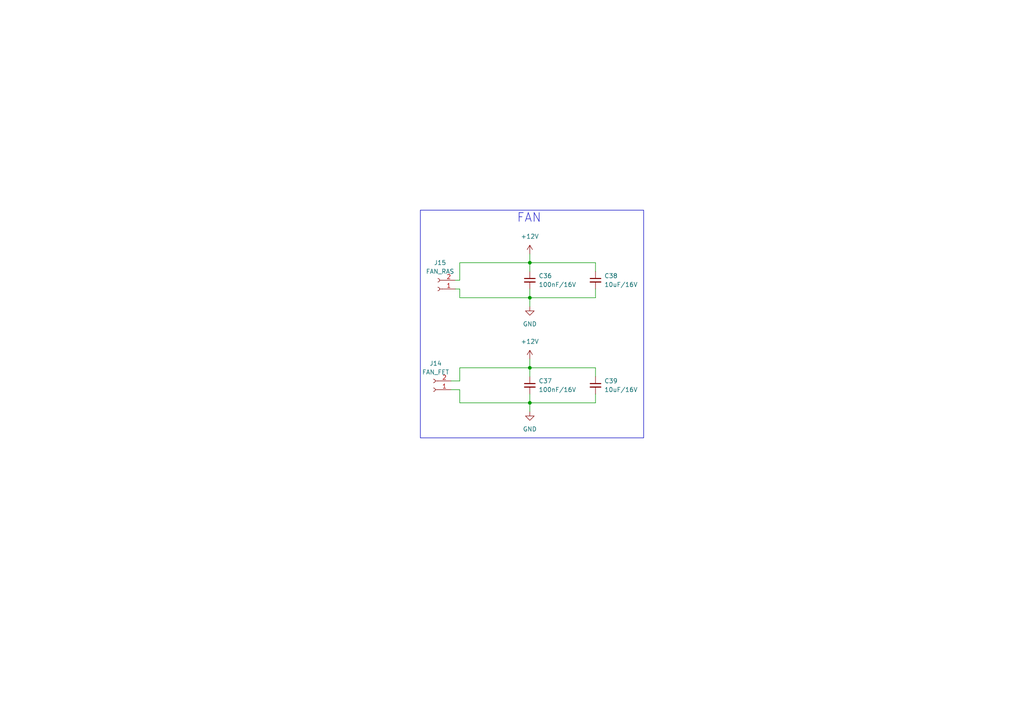
<source format=kicad_sch>
(kicad_sch (version 20230121) (generator eeschema)
  (paper "A4")
  (title_block (title "FAN") (date "2024-01-30"))
  (lib_symbols
    (symbol "Connector:Conn_01x02_Socket" (pin_names (offset 1.016) hide)
      (property "Reference" "J" (at 0 2.54 0))
      (property "Value" "Conn_01x02_Socket" (at 0 -5.08 0))
      (symbol "Conn_01x02_Socket_1_1"
        (arc (start 0 -2.032) (mid -0.5058 -2.54) (end 0 -3.048) (stroke (width 0.1524)))
        (polyline (pts (xy -1.27 -2.54) (xy -0.508 -2.54)) (stroke (width 0.1524)))
        (polyline (pts (xy -1.27 0) (xy -0.508 0)) (stroke (width 0.1524)))
        (arc (start 0 0.508) (mid -0.5058 0) (end 0 -0.508) (stroke (width 0.1524)))
        (pin passive line (at -5.08 0 0) (length 3.81) (name "Pin_1") (number "1"))
        (pin passive line (at -5.08 -2.54 0) (length 3.81) (name "Pin_2") (number "2"))
      )
    )
    (symbol "Device:C_Small" (pin_numbers hide) (pin_names (offset 0.254) hide)
      (property "Reference" "C" (at 0.254 1.778 0))
      (property "Value" "C_Small" (at 0.254 -2.032 0))
      (symbol "C_Small_0_1"
        (polyline (pts (xy -1.524 -0.508) (xy 1.524 -0.508)) (stroke (width 0.3302)))
        (polyline (pts (xy -1.524 0.508) (xy 1.524 0.508)) (stroke (width 0.3048)))
      )
      (symbol "C_Small_1_1"
        (pin passive line (at 0 2.54 270) (length 2.032) (name "~") (number "1"))
        (pin passive line (at 0 -2.54 90) (length 2.032) (name "~") (number "2"))
      )
    )
    (symbol "power:+12V" (power) (pin_names (offset 0))
      (property "Value" "+12V" (at 0 3.556 0))
      (symbol "+12V_0_1"
        (polyline (pts (xy -0.762 1.27) (xy 0 2.54)))
        (polyline (pts (xy 0 0) (xy 0 2.54)))
        (polyline (pts (xy 0 2.54) (xy 0.762 1.27)))
      )
      (symbol "+12V_1_1"
        (pin power_in line (at 0 0 90) (length 0) hide (name "+12V") (number "1"))
      )
    )
    (symbol "power:GND" (power) (pin_names (offset 0))
      (property "Value" "GND" (at 0 -3.81 0))
      (symbol "GND_0_1"
        (polyline (pts (xy 0 0) (xy 0 -1.27) (xy 1.27 -1.27) (xy 0 -2.54) (xy -1.27 -1.27) (xy 0 -1.27)))
      )
      (symbol "GND_1_1"
        (pin power_in line (at 0 0 270) (length 0) hide (name "GND") (number "1"))
      )
    )
  )
  (junction (at 153.67 116.84))
  (junction (at 153.67 106.68))
  (junction (at 153.67 86.36))
  (junction (at 153.67 76.2))
  (wire (pts (xy 133.35 81.28) (xy 132.08 81.28)))
  (wire (pts (xy 153.67 106.68) (xy 153.67 109.22)))
  (wire (pts (xy 133.35 113.03) (xy 133.35 116.84)))
  (wire (pts (xy 133.35 106.68) (xy 133.35 110.49)))
  (wire (pts (xy 133.35 76.2) (xy 153.67 76.2)))
  (wire (pts (xy 153.67 76.2) (xy 153.67 78.74)))
  (wire (pts (xy 153.67 86.36) (xy 133.35 86.36)))
  (wire (pts (xy 133.35 86.36) (xy 133.35 83.82)))
  (wire (pts (xy 133.35 81.28) (xy 133.35 76.2)))
  (wire (pts (xy 153.67 83.82) (xy 153.67 86.36)))
  (wire (pts (xy 133.35 83.82) (xy 132.08 83.82)))
  (wire (pts (xy 153.67 76.2) (xy 172.72 76.2)))
  (wire (pts (xy 133.35 110.49) (xy 130.81 110.49)))
  (wire (pts (xy 153.67 114.3) (xy 153.67 116.84)))
  (wire (pts (xy 172.72 76.2) (xy 172.72 78.74)))
  (wire (pts (xy 153.67 73.66) (xy 153.67 76.2)))
  (wire (pts (xy 153.67 116.84) (xy 172.72 116.84)))
  (wire (pts (xy 133.35 113.03) (xy 130.81 113.03)))
  (wire (pts (xy 172.72 83.82) (xy 172.72 86.36)))
  (wire (pts (xy 153.67 116.84) (xy 133.35 116.84)))
  (wire (pts (xy 153.67 104.14) (xy 153.67 106.68)))
  (wire (pts (xy 172.72 106.68) (xy 172.72 109.22)))
  (wire (pts (xy 153.67 86.36) (xy 172.72 86.36)))
  (wire (pts (xy 153.67 106.68) (xy 172.72 106.68)))
  (wire (pts (xy 172.72 114.3) (xy 172.72 116.84)))
  (wire (pts (xy 153.67 116.84) (xy 153.67 119.38)))
  (wire (pts (xy 133.35 106.68) (xy 153.67 106.68)))
  (wire (pts (xy 153.67 86.36) (xy 153.67 88.9)))
  (rectangle (start 121.92 60.96) (end 186.69 127))
  (text "FAN" (at 149.86 64.77 0) (effects (font (size 2.54 2.54)) (justify left bottom)))
  (symbol (lib_id "Connector:Conn_01x02_Socket") (at 127 83.82 180) (unit 1)
    (property "Reference" "J15" (at 127.635 76.2 0))
    (property "Value" "FAN_RAS" (at 127.635 78.74 0))
    (property "Footprint" "Connector_XH_2:au_XH_2.54mm_2_Chan_Dan_SMD_Nam_Ngang" (effects hide))
    (property "URL" "https://www.thegioiic.com/dau-xh-2-54mm-2-chan-dan-smd-nam-ngang" (effects hide))
  )
  (symbol (lib_id "power:+12V") (at 153.67 73.66 0) (unit 1)
    (property "Reference" "#PWR051" (effects hide))
    (property "Value" "+12V" (at 153.67 68.58 0))
  )
  (symbol (lib_id "Device:C_Small") (at 172.72 111.76 0) (unit 1)
    (property "Reference" "C39" (at 175.26 110.4963 0) (effects (justify left)))
    (property "Value" "10uF/16V" (at 175.26 113.0363 0) (effects (justify left)))
    (property "Footprint" "Capacitor_SMD:C_0603_1608Metric_Pad1.08x0.95mm_HandSolder" (effects hide))
    (property "URL" "https://www.thegioiic.com/tu-gom-0603-10uf-16v" (effects hide))
    (instances (project "BFMC" (path "" (reference "C39") (unit 1))) (project "Brightness_Meter" (path "" (reference "C16") (unit 1)) (path "" (reference "C26") (unit 1))))
  )
  (symbol (lib_id "Connector:Conn_01x02_Socket") (at 125.73 113.03 180) (unit 1)
    (property "Reference" "J14" (at 126.365 105.41 0))
    (property "Value" "FAN_FET" (at 126.365 107.95 0))
    (property "Footprint" "Connector_XH_2:au_XH_2.54mm_2_Chan_Dan_SMD_Nam_Ngang" (effects hide))
    (property "URL" "https://www.thegioiic.com/dau-xh-2-54mm-2-chan-dan-smd-nam-ngang" (effects hide))
  )
  (symbol (lib_id "power:GND") (at 153.67 88.9 0) (unit 1)
    (property "Reference" "#PWR052" (effects hide))
    (property "Value" "GND" (at 153.67 93.98 0))
  )
  (symbol (lib_id "Device:C_Small") (at 153.67 111.76 0) (unit 1)
    (property "Reference" "C37" (at 156.21 110.4963 0) (effects (justify left)))
    (property "Value" "100nF/16V" (at 156.21 113.0363 0) (effects (justify left)))
    (property "Footprint" "Capacitor_SMD:C_0603_1608Metric_Pad1.08x0.95mm_HandSolder" (effects hide))
    (property "URL" "https://www.thegioiic.com/tu-gom-0603-100nf-0-1uf-16v" (effects hide))
    (instances (project "BFMC" (path "" (reference "C37") (unit 1))) (project "Brightness_Meter" (path "" (reference "C16") (unit 1)) (path "" (reference "C19") (unit 1))))
  )
  (symbol (lib_id "power:+12V") (at 153.67 104.14 0) (unit 1)
    (property "Reference" "#PWR053" (effects hide))
    (property "Value" "+12V" (at 153.67 99.06 0))
  )
  (symbol (lib_id "power:GND") (at 153.67 119.38 0) (unit 1)
    (property "Reference" "#PWR054" (effects hide))
    (property "Value" "GND" (at 153.67 124.46 0))
  )
  (symbol (lib_id "Device:C_Small") (at 153.67 81.28 0) (unit 1)
    (property "Reference" "C36" (at 156.21 80.0163 0) (effects (justify left)))
    (property "Value" "100nF/16V" (at 156.21 82.5563 0) (effects (justify left)))
    (property "Footprint" "Capacitor_SMD:C_0603_1608Metric_Pad1.08x0.95mm_HandSolder" (effects hide))
    (property "URL" "https://www.thegioiic.com/tu-gom-0603-100nf-0-1uf-16v" (effects hide))
    (instances (project "BFMC" (path "" (reference "C36") (unit 1))) (project "Brightness_Meter" (path "" (reference "C16") (unit 1)) (path "" (reference "C19") (unit 1))))
  )
  (symbol (lib_id "Device:C_Small") (at 172.72 81.28 0) (unit 1)
    (property "Reference" "C38" (at 175.26 80.0163 0) (effects (justify left)))
    (property "Value" "10uF/16V" (at 175.26 82.5563 0) (effects (justify left)))
    (property "Footprint" "Capacitor_SMD:C_0603_1608Metric_Pad1.08x0.95mm_HandSolder" (effects hide))
    (property "URL" "https://www.thegioiic.com/tu-gom-0603-10uf-16v" (effects hide))
    (instances (project "BFMC" (path "" (reference "C38") (unit 1))) (project "Brightness_Meter" (path "" (reference "C16") (unit 1)) (path "" (reference "C26") (unit 1))))
  )
)
</source>
